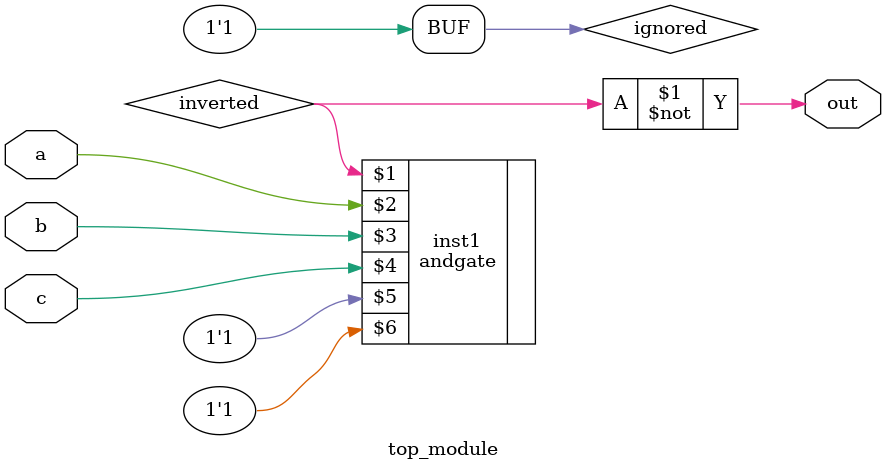
<source format=v>
module top_module (input a, input b, input c, output out);
    wire ignored=1, inverted;
    andgate inst1 ( inverted, a, b, c, ignored, ignored );
    assign out = ~inverted;

endmodule

</source>
